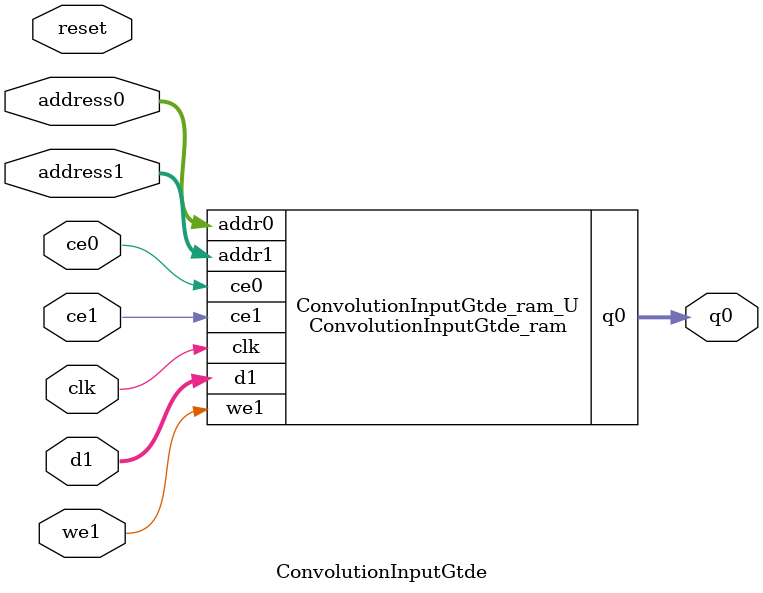
<source format=v>

`timescale 1 ns / 1 ps
module ConvolutionInputGtde_ram (addr0, ce0, q0, addr1, ce1, d1, we1,  clk);

parameter DWIDTH = 32;
parameter AWIDTH = 5;
parameter MEM_SIZE = 28;

input[AWIDTH-1:0] addr0;
input ce0;
output reg[DWIDTH-1:0] q0;
input[AWIDTH-1:0] addr1;
input ce1;
input[DWIDTH-1:0] d1;
input we1;
input clk;

reg [DWIDTH-1:0] ram[0:MEM_SIZE-1];




always @(posedge clk)  
begin 
    if (ce0) 
    begin
            q0 <= ram[addr0];
    end
end


always @(posedge clk)  
begin 
    if (ce1) 
    begin
        if (we1) 
        begin 
            ram[addr1] <= d1; 
        end 
    end
end


endmodule


`timescale 1 ns / 1 ps
module ConvolutionInputGtde(
    reset,
    clk,
    address0,
    ce0,
    q0,
    address1,
    ce1,
    we1,
    d1);

parameter DataWidth = 32'd32;
parameter AddressRange = 32'd28;
parameter AddressWidth = 32'd5;
input reset;
input clk;
input[AddressWidth - 1:0] address0;
input ce0;
output[DataWidth - 1:0] q0;
input[AddressWidth - 1:0] address1;
input ce1;
input we1;
input[DataWidth - 1:0] d1;



ConvolutionInputGtde_ram ConvolutionInputGtde_ram_U(
    .clk( clk ),
    .addr0( address0 ),
    .ce0( ce0 ),
    .q0( q0 ),
    .addr1( address1 ),
    .ce1( ce1 ),
    .we1( we1 ),
    .d1( d1 ));

endmodule


</source>
